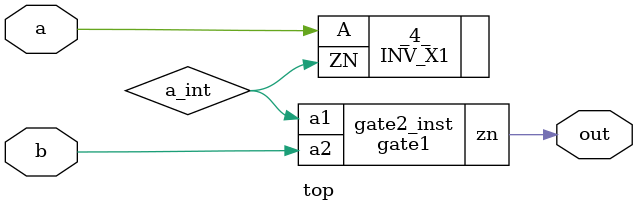
<source format=v>
/*
 lef: example1.lef
 lib: example1_typ.lib
 
 */

module gate1 (a1,a2,zn);
   input a1;
   input a2;
   output zn;

   AND2_X1 _5_ (
    .A1(a1),
    .A2(a2),
    .ZN(zn)
  );
   
endmodule // gatel

module top (a,b, out);
   input a;
   input b;
   output out;

   
   wire   a_int;
   
  INV_X1 _4_ (
    .A(a),
    .ZN(a_int)
  );
   
//   gate1 gate1_inst (
//	      .a1(a_int),
//	      .a2(b),
//	      .zn(out)
//	      );

   gate1 gate2_inst (
	      .a1(a_int),
	      .a2(b),
	      .zn(out)
	      );



endmodule

</source>
